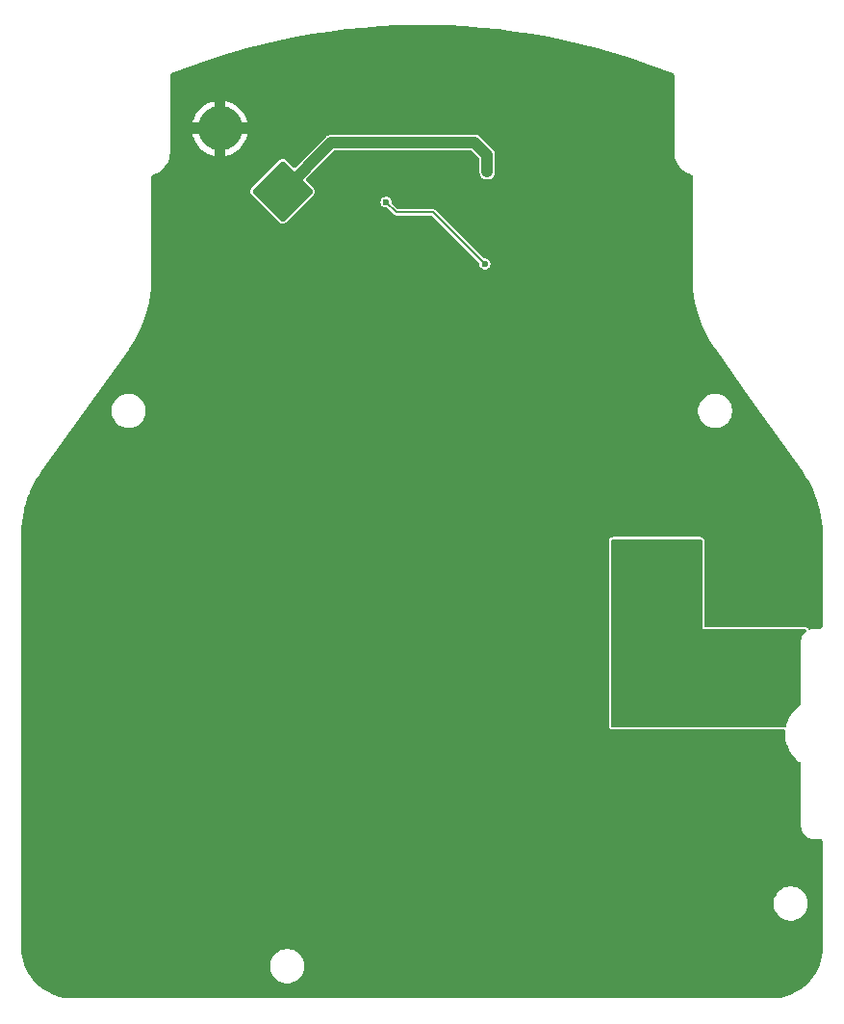
<source format=gbl>
G04 #@! TF.GenerationSoftware,KiCad,Pcbnew,8.0.1*
G04 #@! TF.CreationDate,2024-05-02T01:56:28+08:00*
G04 #@! TF.ProjectId,BatteryPod,42617474-6572-4795-906f-642e6b696361,rev?*
G04 #@! TF.SameCoordinates,Original*
G04 #@! TF.FileFunction,Copper,L2,Bot*
G04 #@! TF.FilePolarity,Positive*
%FSLAX46Y46*%
G04 Gerber Fmt 4.6, Leading zero omitted, Abs format (unit mm)*
G04 Created by KiCad (PCBNEW 8.0.1) date 2024-05-02 01:56:28*
%MOMM*%
%LPD*%
G01*
G04 APERTURE LIST*
G04 Aperture macros list*
%AMRoundRect*
0 Rectangle with rounded corners*
0 $1 Rounding radius*
0 $2 $3 $4 $5 $6 $7 $8 $9 X,Y pos of 4 corners*
0 Add a 4 corners polygon primitive as box body*
4,1,4,$2,$3,$4,$5,$6,$7,$8,$9,$2,$3,0*
0 Add four circle primitives for the rounded corners*
1,1,$1+$1,$2,$3*
1,1,$1+$1,$4,$5*
1,1,$1+$1,$6,$7*
1,1,$1+$1,$8,$9*
0 Add four rect primitives between the rounded corners*
20,1,$1+$1,$2,$3,$4,$5,0*
20,1,$1+$1,$4,$5,$6,$7,0*
20,1,$1+$1,$6,$7,$8,$9,0*
20,1,$1+$1,$8,$9,$2,$3,0*%
G04 Aperture macros list end*
G04 #@! TA.AperFunction,ComponentPad*
%ADD10C,2.000000*%
G04 #@! TD*
G04 #@! TA.AperFunction,ComponentPad*
%ADD11RoundRect,0.250002X2.404160X0.000000X0.000000X2.404160X-2.404160X0.000000X0.000000X-2.404160X0*%
G04 #@! TD*
G04 #@! TA.AperFunction,ComponentPad*
%ADD12C,3.900000*%
G04 #@! TD*
G04 #@! TA.AperFunction,ViaPad*
%ADD13C,0.600000*%
G04 #@! TD*
G04 #@! TA.AperFunction,Conductor*
%ADD14C,1.000000*%
G04 #@! TD*
G04 #@! TA.AperFunction,Conductor*
%ADD15C,0.200000*%
G04 #@! TD*
G04 APERTURE END LIST*
D10*
X128700000Y-132500000D03*
X128700000Y-118800000D03*
D11*
X98000000Y-82000000D03*
D12*
X92484567Y-76484567D03*
D13*
X114000000Y-126000000D03*
X110000000Y-126000000D03*
X109000000Y-126000000D03*
X108000000Y-126000000D03*
X107000000Y-126000000D03*
X115000000Y-126000000D03*
X116000000Y-126000000D03*
X117000000Y-126000000D03*
X118000000Y-126000000D03*
X119000000Y-126000000D03*
X140000000Y-131000000D03*
X142000000Y-131000000D03*
X139000000Y-131000000D03*
X139000000Y-132000000D03*
X139000000Y-133000000D03*
X139000000Y-134000000D03*
X141000000Y-136000000D03*
X140000000Y-136000000D03*
X139000000Y-135000000D03*
X113000000Y-76000000D03*
X114000000Y-76000000D03*
X131000000Y-71500000D03*
X90000000Y-71500000D03*
X88000000Y-152000000D03*
X87000000Y-152000000D03*
X86000000Y-152000000D03*
X85000000Y-152000000D03*
X84000000Y-152000000D03*
X89000000Y-101000000D03*
X89000000Y-102000000D03*
X89000000Y-103000000D03*
X89000000Y-104000000D03*
X89000000Y-105000000D03*
X90000000Y-105000000D03*
X104000000Y-105000000D03*
X128000000Y-115000000D03*
X128000000Y-123000000D03*
X130000000Y-124000000D03*
X129000000Y-124000000D03*
X128000000Y-124000000D03*
X128000000Y-114000000D03*
X129000000Y-114000000D03*
X130000000Y-114000000D03*
X125000000Y-126000000D03*
X127000000Y-130000000D03*
X126000000Y-130000000D03*
X126000000Y-129000000D03*
X126000000Y-128000000D03*
X126000000Y-127000000D03*
X126000000Y-126000000D03*
X105000000Y-125000000D03*
X106000000Y-126000000D03*
X105000000Y-126000000D03*
X105000000Y-118000000D03*
X105000000Y-121000000D03*
X105000000Y-120000000D03*
X105000000Y-119000000D03*
X145000000Y-111000000D03*
X76000000Y-111000000D03*
X76000000Y-121000000D03*
X76000000Y-120000000D03*
X76000000Y-119000000D03*
X76000000Y-118000000D03*
X76000000Y-117000000D03*
X145000000Y-120000000D03*
X145000000Y-118000000D03*
X145000000Y-119000000D03*
X145000000Y-117000000D03*
X145000000Y-116000000D03*
X145000000Y-115000000D03*
X145000000Y-114000000D03*
X145000000Y-113000000D03*
X145000000Y-112000000D03*
X76000000Y-116000000D03*
X76000000Y-115000000D03*
X76000000Y-114000000D03*
X76000000Y-113000000D03*
X76000000Y-112000000D03*
X104000000Y-101000000D03*
X104000000Y-102000000D03*
X104000000Y-103000000D03*
X104000000Y-104000000D03*
X103000000Y-105000000D03*
X102000000Y-105000000D03*
X101000000Y-105000000D03*
X100000000Y-105000000D03*
X99000000Y-105000000D03*
X98000000Y-105000000D03*
X97000000Y-105000000D03*
X96000000Y-105000000D03*
X95000000Y-105000000D03*
X94000000Y-105000000D03*
X93000000Y-105000000D03*
X92000000Y-105000000D03*
X91000000Y-105000000D03*
X132000000Y-123000000D03*
X132000000Y-117000000D03*
X132000000Y-121000000D03*
X132000000Y-120000000D03*
X132000000Y-122000000D03*
X132000000Y-115000000D03*
X132000000Y-116000000D03*
X132000000Y-118000000D03*
X132000000Y-119000000D03*
X132000000Y-114000000D03*
X131000000Y-114000000D03*
X131000000Y-115000000D03*
X131000000Y-116000000D03*
X131000000Y-118000000D03*
X131000000Y-117000000D03*
X131000000Y-119000000D03*
X131000000Y-120000000D03*
X131000000Y-121000000D03*
X131000000Y-122000000D03*
X131000000Y-123000000D03*
X131000000Y-124000000D03*
X132000000Y-124000000D03*
X133000000Y-124000000D03*
X133000000Y-123000000D03*
X133000000Y-122000000D03*
X133000000Y-121000000D03*
X133000000Y-120000000D03*
X133000000Y-119000000D03*
X133000000Y-118000000D03*
X133000000Y-117000000D03*
X133000000Y-116000000D03*
X133000000Y-115000000D03*
X133000000Y-114000000D03*
X133400000Y-81000000D03*
X87000000Y-81000000D03*
X87000000Y-82000000D03*
X133400000Y-82000000D03*
X133400000Y-83000000D03*
X133400000Y-89000000D03*
X133400000Y-88000000D03*
X133400000Y-87000000D03*
X133400000Y-86000000D03*
X133400000Y-85000000D03*
X133400000Y-84000000D03*
X87000000Y-84000000D03*
X87000000Y-89000000D03*
X87000000Y-88000000D03*
X87000000Y-87000000D03*
X87000000Y-86000000D03*
X87000000Y-85000000D03*
X118200000Y-82800000D03*
X118700000Y-81400000D03*
X112900000Y-82300000D03*
X113600000Y-82800000D03*
X117000000Y-78000000D03*
X116000000Y-77000000D03*
X115000000Y-76000000D03*
X109000000Y-76000000D03*
X108000000Y-76000000D03*
X107000000Y-76000000D03*
X106000000Y-76000000D03*
X105000000Y-76000000D03*
X104000000Y-76000000D03*
X109000000Y-79000000D03*
X104000000Y-84000000D03*
X104000000Y-83000000D03*
X104000000Y-82000000D03*
X104000000Y-81000000D03*
X104000000Y-80000000D03*
X108000000Y-79000000D03*
X107000000Y-79000000D03*
X106000000Y-79000000D03*
X105000000Y-79000000D03*
X104000000Y-79000000D03*
X116450000Y-85750000D03*
X109500000Y-84400000D03*
X108547738Y-84402000D03*
X107550000Y-84300000D03*
X114900000Y-79500000D03*
X114900000Y-80400000D03*
X115800000Y-88400000D03*
X107100000Y-82950000D03*
X116000000Y-80300000D03*
X145000000Y-140000000D03*
X145000000Y-141000000D03*
X145000000Y-142000000D03*
X145000000Y-147000000D03*
X145000000Y-149000000D03*
X145000000Y-148000000D03*
X131000000Y-152000000D03*
X132000000Y-152000000D03*
X133000000Y-152000000D03*
X134000000Y-152000000D03*
X135000000Y-152000000D03*
X136000000Y-152000000D03*
X137000000Y-152000000D03*
X139000000Y-152000000D03*
X138000000Y-152000000D03*
X140000000Y-152000000D03*
X76000000Y-139000000D03*
X76000000Y-140000000D03*
X91000000Y-152000000D03*
X76000000Y-141000000D03*
X76000000Y-142000000D03*
X76000000Y-143000000D03*
X76000000Y-144000000D03*
X76000000Y-145000000D03*
X76000000Y-146000000D03*
X76000000Y-147000000D03*
X76000000Y-148000000D03*
X90000000Y-152000000D03*
X89000000Y-152000000D03*
X83000000Y-152000000D03*
X82000000Y-152000000D03*
X132000000Y-75000000D03*
X132000000Y-74000000D03*
X132000000Y-73000000D03*
X132000000Y-72000000D03*
X89000000Y-75000000D03*
X89000000Y-74000000D03*
X89000000Y-73000000D03*
X89000000Y-72000000D03*
X120000000Y-87000000D03*
X119000000Y-87000000D03*
X118000000Y-87000000D03*
X117000000Y-87000000D03*
X116000000Y-87000000D03*
X115500000Y-84800000D03*
X114450000Y-83750000D03*
X115500000Y-83750000D03*
X114450000Y-84800000D03*
X114976800Y-84276800D03*
D14*
X116000000Y-80300000D02*
X116000000Y-78800000D01*
X114900000Y-77700000D02*
X102300000Y-77700000D01*
X102300000Y-77700000D02*
X98000000Y-82000000D01*
X116000000Y-78800000D02*
X114900000Y-77700000D01*
D15*
X115800000Y-88400000D02*
X111250000Y-83850000D01*
X111250000Y-83850000D02*
X109730646Y-83850000D01*
X109269354Y-83850000D02*
X108000000Y-83850000D01*
X109271354Y-83848000D02*
X109269354Y-83850000D01*
X109728646Y-83848000D02*
X109271354Y-83848000D01*
X108000000Y-83850000D02*
X107100000Y-82950000D01*
X109730646Y-83850000D02*
X109728646Y-83848000D01*
G04 #@! TA.AperFunction,Conductor*
G36*
X111020432Y-67396261D02*
G01*
X112504640Y-67433453D01*
X112507698Y-67433569D01*
X113990499Y-67507931D01*
X113993551Y-67508122D01*
X115474045Y-67619609D01*
X115477131Y-67619880D01*
X116954388Y-67768423D01*
X116957404Y-67768764D01*
X118430437Y-67954262D01*
X118433449Y-67954679D01*
X119901474Y-68177036D01*
X119904429Y-68177521D01*
X121366341Y-68436570D01*
X121369392Y-68437150D01*
X122824394Y-68732747D01*
X122827306Y-68733377D01*
X124274463Y-69065336D01*
X124277361Y-69066038D01*
X125715758Y-69434148D01*
X125718707Y-69434942D01*
X127147398Y-69838961D01*
X127150308Y-69839824D01*
X128568369Y-70279487D01*
X128571318Y-70280441D01*
X129977980Y-70755512D01*
X129980827Y-70756514D01*
X131375143Y-71266673D01*
X131377972Y-71267748D01*
X132371011Y-71659563D01*
X132426147Y-71702479D01*
X132449329Y-71768391D01*
X132449500Y-71774909D01*
X132449500Y-78434108D01*
X132449500Y-78500000D01*
X132449500Y-78630081D01*
X132480859Y-78888347D01*
X132519607Y-79045554D01*
X132543121Y-79140955D01*
X132633995Y-79380568D01*
X132635375Y-79384206D01*
X132756278Y-79614569D01*
X132756281Y-79614574D01*
X132756282Y-79614575D01*
X132803932Y-79683608D01*
X132904068Y-79828678D01*
X133076587Y-80023413D01*
X133271322Y-80195932D01*
X133485431Y-80343722D01*
X133715794Y-80464625D01*
X133959050Y-80556880D01*
X134005174Y-80568248D01*
X134065555Y-80603404D01*
X134097344Y-80665623D01*
X134099500Y-80688645D01*
X134099500Y-89825455D01*
X134099521Y-89825797D01*
X134099541Y-90047423D01*
X134132789Y-90637598D01*
X134199180Y-91224964D01*
X134298503Y-91807655D01*
X134298512Y-91807698D01*
X134430452Y-92383871D01*
X134594594Y-92951716D01*
X134594597Y-92951724D01*
X134751397Y-93398299D01*
X134790427Y-93509456D01*
X134946862Y-93885794D01*
X135017316Y-94055286D01*
X135274548Y-94587487D01*
X135274560Y-94587510D01*
X135561305Y-95104372D01*
X135561311Y-95104382D01*
X135876694Y-95604326D01*
X135880864Y-95610180D01*
X136005620Y-95785311D01*
X136005688Y-95785419D01*
X139119360Y-100155485D01*
X143720423Y-106613118D01*
X143720424Y-106613119D01*
X143720423Y-106613119D01*
X143735547Y-106634344D01*
X143737534Y-106637216D01*
X144032452Y-107076805D01*
X144036175Y-107082706D01*
X144304996Y-107536661D01*
X144308381Y-107542763D01*
X144551236Y-108011112D01*
X144554272Y-108017394D01*
X144770402Y-108498665D01*
X144773077Y-108505102D01*
X144961793Y-108997768D01*
X144964097Y-109004329D01*
X145008397Y-109142850D01*
X145124803Y-109506834D01*
X145126741Y-109513537D01*
X145258930Y-110024295D01*
X145260487Y-110031097D01*
X145363728Y-110548443D01*
X145364901Y-110555321D01*
X145438886Y-111077700D01*
X145439669Y-111084634D01*
X145484149Y-111610300D01*
X145484542Y-111617266D01*
X145499451Y-112146997D01*
X145499500Y-112150486D01*
X145499500Y-120240244D01*
X145497973Y-120259644D01*
X145492808Y-120292251D01*
X145480820Y-120329146D01*
X145470314Y-120349765D01*
X145447510Y-120381151D01*
X145431151Y-120397510D01*
X145399765Y-120420314D01*
X145379146Y-120430820D01*
X145342251Y-120442808D01*
X145329663Y-120444801D01*
X145309638Y-120447973D01*
X145290244Y-120449500D01*
X144705514Y-120449500D01*
X144518880Y-120479060D01*
X144518877Y-120479060D01*
X144387542Y-120521734D01*
X144317701Y-120523729D01*
X144257868Y-120487649D01*
X144239792Y-120462118D01*
X144233068Y-120449500D01*
X144226895Y-120437915D01*
X144181140Y-120385111D01*
X144181134Y-120385104D01*
X144163552Y-120367160D01*
X144163551Y-120367159D01*
X144163549Y-120367157D01*
X144163547Y-120367156D01*
X144163545Y-120367154D01*
X144083735Y-120322511D01*
X144083730Y-120322509D01*
X144016698Y-120302826D01*
X144016694Y-120302825D01*
X144016693Y-120302825D01*
X143958795Y-120294500D01*
X143958791Y-120294500D01*
X135229500Y-120294500D01*
X135162461Y-120274815D01*
X135116706Y-120222011D01*
X135105500Y-120170500D01*
X135105500Y-112724008D01*
X135105499Y-112723992D01*
X135100803Y-112680316D01*
X135096897Y-112662364D01*
X135089602Y-112628825D01*
X135089348Y-112627789D01*
X135087110Y-112618627D01*
X135044100Y-112537915D01*
X134998345Y-112485111D01*
X134998339Y-112485104D01*
X134980757Y-112467160D01*
X134980756Y-112467159D01*
X134980754Y-112467157D01*
X134980752Y-112467156D01*
X134980750Y-112467154D01*
X134900940Y-112422511D01*
X134900935Y-112422509D01*
X134833903Y-112402826D01*
X134833899Y-112402825D01*
X134833898Y-112402825D01*
X134776000Y-112394500D01*
X127024000Y-112394500D01*
X127023992Y-112394500D01*
X126980313Y-112399197D01*
X126928825Y-112410397D01*
X126918627Y-112412890D01*
X126918624Y-112412891D01*
X126837916Y-112455899D01*
X126837913Y-112455901D01*
X126785104Y-112501660D01*
X126767160Y-112519242D01*
X126767154Y-112519249D01*
X126722511Y-112599059D01*
X126722509Y-112599064D01*
X126702826Y-112666096D01*
X126702825Y-112666101D01*
X126702825Y-112666102D01*
X126694502Y-112723992D01*
X126694500Y-112724003D01*
X126694500Y-128976007D01*
X126699197Y-129019686D01*
X126710397Y-129071174D01*
X126712890Y-129081372D01*
X126712891Y-129081375D01*
X126755899Y-129162083D01*
X126755901Y-129162086D01*
X126801660Y-129214895D01*
X126819242Y-129232839D01*
X126819246Y-129232843D01*
X126819247Y-129232844D01*
X126819249Y-129232845D01*
X126899059Y-129277488D01*
X126899063Y-129277490D01*
X126966102Y-129297175D01*
X127024000Y-129305500D01*
X127024004Y-129305500D01*
X142109339Y-129305500D01*
X142176378Y-129325185D01*
X142222133Y-129377989D01*
X142232592Y-129443091D01*
X142222613Y-129533584D01*
X142222613Y-129866415D01*
X142259094Y-130197248D01*
X142331615Y-130522069D01*
X142331618Y-130522081D01*
X142439311Y-130837013D01*
X142580869Y-131138233D01*
X142580870Y-131138234D01*
X142754596Y-131422129D01*
X142754599Y-131422133D01*
X142754601Y-131422136D01*
X142958387Y-131685265D01*
X142958389Y-131685267D01*
X142958393Y-131685272D01*
X143189805Y-131924492D01*
X143189810Y-131924496D01*
X143189811Y-131924497D01*
X143189812Y-131924499D01*
X143446039Y-132136902D01*
X143446043Y-132136905D01*
X143543696Y-132201209D01*
X143588861Y-132254519D01*
X143599500Y-132304772D01*
X143599500Y-137844486D01*
X143629059Y-138031118D01*
X143687454Y-138210836D01*
X143767497Y-138367927D01*
X143773240Y-138379199D01*
X143884310Y-138532073D01*
X144017927Y-138665690D01*
X144170801Y-138776760D01*
X144250347Y-138817290D01*
X144339163Y-138862545D01*
X144339165Y-138862545D01*
X144339168Y-138862547D01*
X144435497Y-138893846D01*
X144518881Y-138920940D01*
X144705514Y-138950500D01*
X144705519Y-138950500D01*
X144734108Y-138950500D01*
X145234108Y-138950500D01*
X145290244Y-138950500D01*
X145309630Y-138952025D01*
X145342253Y-138957192D01*
X145379146Y-138969179D01*
X145399765Y-138979685D01*
X145431151Y-139002489D01*
X145447510Y-139018848D01*
X145470314Y-139050234D01*
X145480820Y-139070853D01*
X145492808Y-139107748D01*
X145497973Y-139140362D01*
X145499500Y-139159755D01*
X145499500Y-148447293D01*
X145499382Y-148452702D01*
X145482614Y-148836750D01*
X145481671Y-148847526D01*
X145431849Y-149225957D01*
X145429971Y-149236610D01*
X145347354Y-149609272D01*
X145344554Y-149619721D01*
X145229775Y-149983755D01*
X145226075Y-149993921D01*
X145080002Y-150346572D01*
X145075430Y-150356376D01*
X144899183Y-150694942D01*
X144893775Y-150704310D01*
X144688681Y-151026244D01*
X144682476Y-151035105D01*
X144450110Y-151337930D01*
X144443156Y-151346217D01*
X144185284Y-151627635D01*
X144177635Y-151635284D01*
X143896217Y-151893156D01*
X143887930Y-151900110D01*
X143585105Y-152132476D01*
X143576244Y-152138681D01*
X143254310Y-152343775D01*
X143244942Y-152349183D01*
X142906376Y-152525430D01*
X142896572Y-152530002D01*
X142543921Y-152676075D01*
X142533755Y-152679775D01*
X142169721Y-152794554D01*
X142159272Y-152797354D01*
X141786610Y-152879971D01*
X141775957Y-152881849D01*
X141397526Y-152931671D01*
X141386750Y-152932614D01*
X141002703Y-152949382D01*
X140997294Y-152949500D01*
X79502706Y-152949500D01*
X79497297Y-152949382D01*
X79113249Y-152932614D01*
X79102473Y-152931671D01*
X78724042Y-152881849D01*
X78713389Y-152879971D01*
X78340727Y-152797354D01*
X78330278Y-152794554D01*
X77966244Y-152679775D01*
X77956078Y-152676075D01*
X77603427Y-152530002D01*
X77593623Y-152525430D01*
X77255057Y-152349183D01*
X77245689Y-152343775D01*
X76923755Y-152138681D01*
X76914894Y-152132476D01*
X76612069Y-151900110D01*
X76603782Y-151893156D01*
X76322364Y-151635284D01*
X76314715Y-151627635D01*
X76056843Y-151346217D01*
X76049889Y-151337930D01*
X75817523Y-151035105D01*
X75811318Y-151026244D01*
X75606224Y-150704310D01*
X75600816Y-150694942D01*
X75424569Y-150356376D01*
X75419997Y-150346572D01*
X75366781Y-150218097D01*
X96899500Y-150218097D01*
X96936446Y-150451368D01*
X97009433Y-150675996D01*
X97107197Y-150867866D01*
X97116657Y-150886433D01*
X97255483Y-151077510D01*
X97422490Y-151244517D01*
X97613567Y-151383343D01*
X97712991Y-151434002D01*
X97824003Y-151490566D01*
X97824005Y-151490566D01*
X97824008Y-151490568D01*
X97944412Y-151529689D01*
X98048631Y-151563553D01*
X98281903Y-151600500D01*
X98281908Y-151600500D01*
X98518097Y-151600500D01*
X98751368Y-151563553D01*
X98975992Y-151490568D01*
X99186433Y-151383343D01*
X99377510Y-151244517D01*
X99544517Y-151077510D01*
X99683343Y-150886433D01*
X99790568Y-150675992D01*
X99863553Y-150451368D01*
X99878598Y-150356376D01*
X99900500Y-150218097D01*
X99900500Y-149981902D01*
X99863553Y-149748631D01*
X99790566Y-149524003D01*
X99683342Y-149313566D01*
X99627430Y-149236610D01*
X99544517Y-149122490D01*
X99377510Y-148955483D01*
X99186433Y-148816657D01*
X98975996Y-148709433D01*
X98751368Y-148636446D01*
X98518097Y-148599500D01*
X98518092Y-148599500D01*
X98281908Y-148599500D01*
X98281903Y-148599500D01*
X98048631Y-148636446D01*
X97824003Y-148709433D01*
X97613566Y-148816657D01*
X97504550Y-148895862D01*
X97422490Y-148955483D01*
X97422488Y-148955485D01*
X97422487Y-148955485D01*
X97255485Y-149122487D01*
X97255485Y-149122488D01*
X97255483Y-149122490D01*
X97195862Y-149204550D01*
X97116657Y-149313566D01*
X97009433Y-149524003D01*
X96936446Y-149748631D01*
X96899500Y-149981902D01*
X96899500Y-150218097D01*
X75366781Y-150218097D01*
X75273924Y-149993921D01*
X75270224Y-149983755D01*
X75269640Y-149981902D01*
X75155442Y-149619710D01*
X75152648Y-149609284D01*
X75070025Y-149236597D01*
X75068152Y-149225971D01*
X75018326Y-148847506D01*
X75017386Y-148836771D01*
X75000618Y-148452702D01*
X75000500Y-148447293D01*
X75000500Y-144718097D01*
X141199500Y-144718097D01*
X141236446Y-144951368D01*
X141309433Y-145175996D01*
X141416657Y-145386433D01*
X141555483Y-145577510D01*
X141722490Y-145744517D01*
X141913567Y-145883343D01*
X142012991Y-145934002D01*
X142124003Y-145990566D01*
X142124005Y-145990566D01*
X142124008Y-145990568D01*
X142244412Y-146029689D01*
X142348631Y-146063553D01*
X142581903Y-146100500D01*
X142581908Y-146100500D01*
X142818097Y-146100500D01*
X143051368Y-146063553D01*
X143275992Y-145990568D01*
X143486433Y-145883343D01*
X143677510Y-145744517D01*
X143844517Y-145577510D01*
X143983343Y-145386433D01*
X144090568Y-145175992D01*
X144163553Y-144951368D01*
X144200500Y-144718097D01*
X144200500Y-144481902D01*
X144163553Y-144248631D01*
X144090566Y-144024003D01*
X143983342Y-143813566D01*
X143844517Y-143622490D01*
X143677510Y-143455483D01*
X143486433Y-143316657D01*
X143275996Y-143209433D01*
X143051368Y-143136446D01*
X142818097Y-143099500D01*
X142818092Y-143099500D01*
X142581908Y-143099500D01*
X142581903Y-143099500D01*
X142348631Y-143136446D01*
X142124003Y-143209433D01*
X141913566Y-143316657D01*
X141804550Y-143395862D01*
X141722490Y-143455483D01*
X141722488Y-143455485D01*
X141722487Y-143455485D01*
X141555485Y-143622487D01*
X141555485Y-143622488D01*
X141555483Y-143622490D01*
X141495862Y-143704550D01*
X141416657Y-143813566D01*
X141309433Y-144024003D01*
X141236446Y-144248631D01*
X141199500Y-144481902D01*
X141199500Y-144718097D01*
X75000500Y-144718097D01*
X75000500Y-112161303D01*
X75000549Y-112157803D01*
X75009169Y-111852574D01*
X75015543Y-111626878D01*
X75015936Y-111619933D01*
X75060719Y-111092468D01*
X75061498Y-111085595D01*
X75135992Y-110561401D01*
X75137154Y-110554613D01*
X75241100Y-110035528D01*
X75242666Y-110028718D01*
X75255468Y-109979421D01*
X75375733Y-109516359D01*
X75377665Y-109509696D01*
X75539452Y-109005617D01*
X75541758Y-108999072D01*
X75731722Y-108504960D01*
X75734417Y-108498504D01*
X75783083Y-108390544D01*
X75951949Y-108015935D01*
X75955001Y-108009645D01*
X76199443Y-107540079D01*
X76202812Y-107534031D01*
X76473368Y-107079005D01*
X76477077Y-107073149D01*
X76773904Y-106632600D01*
X76775842Y-106629810D01*
X76813182Y-106577632D01*
X76813182Y-106577630D01*
X80505410Y-101418097D01*
X82949500Y-101418097D01*
X82986446Y-101651368D01*
X83059433Y-101875996D01*
X83166657Y-102086433D01*
X83305483Y-102277510D01*
X83472490Y-102444517D01*
X83663567Y-102583343D01*
X83762991Y-102634002D01*
X83874003Y-102690566D01*
X83874005Y-102690566D01*
X83874008Y-102690568D01*
X83994412Y-102729689D01*
X84098631Y-102763553D01*
X84331903Y-102800500D01*
X84331908Y-102800500D01*
X84568097Y-102800500D01*
X84801368Y-102763553D01*
X85025992Y-102690568D01*
X85236433Y-102583343D01*
X85427510Y-102444517D01*
X85594517Y-102277510D01*
X85733343Y-102086433D01*
X85840568Y-101875992D01*
X85913553Y-101651368D01*
X85950500Y-101418097D01*
X134549500Y-101418097D01*
X134586446Y-101651368D01*
X134659433Y-101875996D01*
X134766657Y-102086433D01*
X134905483Y-102277510D01*
X135072490Y-102444517D01*
X135263567Y-102583343D01*
X135362991Y-102634002D01*
X135474003Y-102690566D01*
X135474005Y-102690566D01*
X135474008Y-102690568D01*
X135594412Y-102729689D01*
X135698631Y-102763553D01*
X135931903Y-102800500D01*
X135931908Y-102800500D01*
X136168097Y-102800500D01*
X136401368Y-102763553D01*
X136625992Y-102690568D01*
X136836433Y-102583343D01*
X137027510Y-102444517D01*
X137194517Y-102277510D01*
X137333343Y-102086433D01*
X137440568Y-101875992D01*
X137513553Y-101651368D01*
X137550500Y-101418097D01*
X137550500Y-101181902D01*
X137513553Y-100948631D01*
X137440566Y-100724003D01*
X137333342Y-100513566D01*
X137194517Y-100322490D01*
X137027510Y-100155483D01*
X136836433Y-100016657D01*
X136625996Y-99909433D01*
X136401368Y-99836446D01*
X136168097Y-99799500D01*
X136168092Y-99799500D01*
X135931908Y-99799500D01*
X135931903Y-99799500D01*
X135698631Y-99836446D01*
X135474003Y-99909433D01*
X135263566Y-100016657D01*
X135154550Y-100095862D01*
X135072490Y-100155483D01*
X135072488Y-100155485D01*
X135072487Y-100155485D01*
X134905485Y-100322487D01*
X134905485Y-100322488D01*
X134905483Y-100322490D01*
X134845862Y-100404550D01*
X134766657Y-100513566D01*
X134659433Y-100724003D01*
X134586446Y-100948631D01*
X134549500Y-101181902D01*
X134549500Y-101418097D01*
X85950500Y-101418097D01*
X85950500Y-101181902D01*
X85913553Y-100948631D01*
X85840566Y-100724003D01*
X85733342Y-100513566D01*
X85594517Y-100322490D01*
X85427510Y-100155483D01*
X85236433Y-100016657D01*
X85025996Y-99909433D01*
X84801368Y-99836446D01*
X84568097Y-99799500D01*
X84568092Y-99799500D01*
X84331908Y-99799500D01*
X84331903Y-99799500D01*
X84098631Y-99836446D01*
X83874003Y-99909433D01*
X83663566Y-100016657D01*
X83554550Y-100095862D01*
X83472490Y-100155483D01*
X83472488Y-100155485D01*
X83472487Y-100155485D01*
X83305485Y-100322487D01*
X83305485Y-100322488D01*
X83305483Y-100322490D01*
X83245862Y-100404550D01*
X83166657Y-100513566D01*
X83059433Y-100724003D01*
X82986446Y-100948631D01*
X82949500Y-101181902D01*
X82949500Y-101418097D01*
X80505410Y-101418097D01*
X84445537Y-95912149D01*
X84446550Y-95910915D01*
X84450846Y-95904910D01*
X84450849Y-95904909D01*
X84489196Y-95851325D01*
X84489195Y-95851324D01*
X84494186Y-95844349D01*
X84661788Y-95610180D01*
X84979172Y-95109159D01*
X85267773Y-94591024D01*
X85526673Y-94057427D01*
X85755046Y-93510069D01*
X85952163Y-92950694D01*
X86117397Y-92381087D01*
X86250221Y-91803062D01*
X86350211Y-91218462D01*
X86417048Y-90629151D01*
X86450520Y-90037007D01*
X86450500Y-89740462D01*
X86450500Y-89674570D01*
X86450500Y-82000000D01*
X95160474Y-82000000D01*
X95179816Y-82128326D01*
X95236125Y-82245250D01*
X95236126Y-82245252D01*
X95254754Y-82267736D01*
X97732254Y-84745236D01*
X97754748Y-84763874D01*
X97871673Y-84820183D01*
X97888482Y-84822716D01*
X98000000Y-84839526D01*
X98128326Y-84820183D01*
X98245250Y-84763875D01*
X98267741Y-84745241D01*
X100062981Y-82950000D01*
X106614559Y-82950000D01*
X106634222Y-83086765D01*
X106691620Y-83212447D01*
X106691621Y-83212449D01*
X106782104Y-83316872D01*
X106782106Y-83316873D01*
X106782108Y-83316875D01*
X106898338Y-83391572D01*
X106898343Y-83391574D01*
X107001220Y-83421780D01*
X107019526Y-83427156D01*
X107030912Y-83430499D01*
X107030914Y-83430500D01*
X107132452Y-83430500D01*
X107199491Y-83450185D01*
X107220132Y-83466818D01*
X107775543Y-84022230D01*
X107775544Y-84022231D01*
X107827769Y-84074456D01*
X107827771Y-84074457D01*
X107827775Y-84074460D01*
X107888265Y-84109383D01*
X107888267Y-84109384D01*
X107891731Y-84111384D01*
X107963071Y-84130500D01*
X107963072Y-84130500D01*
X107963073Y-84130500D01*
X109306280Y-84130500D01*
X109306283Y-84130500D01*
X109306285Y-84130499D01*
X109313411Y-84129561D01*
X109329599Y-84128500D01*
X109670401Y-84128500D01*
X109686589Y-84129561D01*
X109693714Y-84130499D01*
X109693717Y-84130500D01*
X109693718Y-84130500D01*
X111082452Y-84130500D01*
X111149491Y-84150185D01*
X111170133Y-84166819D01*
X115281825Y-88278512D01*
X115315310Y-88339835D01*
X115316882Y-88383837D01*
X115314559Y-88399996D01*
X115314559Y-88399999D01*
X115334222Y-88536765D01*
X115391620Y-88662447D01*
X115391621Y-88662449D01*
X115482104Y-88766872D01*
X115482106Y-88766873D01*
X115482108Y-88766875D01*
X115598338Y-88841572D01*
X115598343Y-88841574D01*
X115730912Y-88880499D01*
X115730914Y-88880500D01*
X115730915Y-88880500D01*
X115869086Y-88880500D01*
X115869086Y-88880499D01*
X116001659Y-88841573D01*
X116117896Y-88766872D01*
X116208379Y-88662449D01*
X116265777Y-88536765D01*
X116285441Y-88400000D01*
X116265777Y-88263235D01*
X116208379Y-88137551D01*
X116117896Y-88033128D01*
X116117893Y-88033126D01*
X116117891Y-88033124D01*
X116001661Y-87958427D01*
X116001656Y-87958425D01*
X115869087Y-87919500D01*
X115869085Y-87919500D01*
X115767549Y-87919500D01*
X115700510Y-87899815D01*
X115679868Y-87883181D01*
X111481526Y-83684840D01*
X111481524Y-83684837D01*
X111422232Y-83625545D01*
X111422231Y-83625544D01*
X111358269Y-83588616D01*
X111350805Y-83586616D01*
X111350801Y-83586614D01*
X111310307Y-83575764D01*
X111286929Y-83569500D01*
X111286928Y-83569500D01*
X111286927Y-83569500D01*
X109788891Y-83569500D01*
X109772703Y-83568439D01*
X109765577Y-83567500D01*
X109765575Y-83567500D01*
X109765574Y-83567500D01*
X109308282Y-83567500D01*
X109234425Y-83567500D01*
X109234422Y-83567500D01*
X109227297Y-83568439D01*
X109211109Y-83569500D01*
X108167549Y-83569500D01*
X108100510Y-83549815D01*
X108079868Y-83533181D01*
X107618174Y-83071487D01*
X107584689Y-83010164D01*
X107583118Y-82966156D01*
X107585441Y-82950001D01*
X107585441Y-82950000D01*
X107565777Y-82813234D01*
X107508379Y-82687552D01*
X107508379Y-82687551D01*
X107417896Y-82583128D01*
X107417893Y-82583126D01*
X107417891Y-82583124D01*
X107301661Y-82508427D01*
X107301656Y-82508425D01*
X107169087Y-82469500D01*
X107169085Y-82469500D01*
X107030915Y-82469500D01*
X107030912Y-82469500D01*
X106898343Y-82508425D01*
X106898338Y-82508427D01*
X106782108Y-82583124D01*
X106782106Y-82583126D01*
X106691621Y-82687551D01*
X106691620Y-82687552D01*
X106634222Y-82813234D01*
X106614559Y-82950000D01*
X100062981Y-82950000D01*
X100745240Y-82267741D01*
X100763875Y-82245250D01*
X100820183Y-82128326D01*
X100839526Y-82000000D01*
X100820183Y-81871674D01*
X100763875Y-81754750D01*
X100763873Y-81754748D01*
X100763873Y-81754747D01*
X100745245Y-81732263D01*
X100075358Y-81062376D01*
X100041873Y-81001053D01*
X100046857Y-80931361D01*
X100075358Y-80887014D01*
X102545553Y-78416819D01*
X102606876Y-78383334D01*
X102633234Y-78380500D01*
X114566765Y-78380500D01*
X114633804Y-78400185D01*
X114654446Y-78416819D01*
X115283181Y-79045554D01*
X115316666Y-79106877D01*
X115319500Y-79133235D01*
X115319500Y-80367027D01*
X115345648Y-80498487D01*
X115345651Y-80498496D01*
X115396944Y-80622332D01*
X115396951Y-80622344D01*
X115471420Y-80733793D01*
X115471423Y-80733797D01*
X115566202Y-80828576D01*
X115566206Y-80828579D01*
X115677655Y-80903048D01*
X115677667Y-80903055D01*
X115782196Y-80946351D01*
X115801505Y-80954349D01*
X115801507Y-80954349D01*
X115801512Y-80954351D01*
X115932972Y-80980499D01*
X115932976Y-80980500D01*
X115932977Y-80980500D01*
X116067024Y-80980500D01*
X116067025Y-80980499D01*
X116110847Y-80971783D01*
X116198487Y-80954351D01*
X116198490Y-80954349D01*
X116198495Y-80954349D01*
X116264411Y-80927045D01*
X116322332Y-80903055D01*
X116322335Y-80903053D01*
X116322338Y-80903052D01*
X116433794Y-80828579D01*
X116528579Y-80733794D01*
X116603052Y-80622338D01*
X116603053Y-80622335D01*
X116603055Y-80622332D01*
X116630166Y-80556878D01*
X116654349Y-80498495D01*
X116661087Y-80464624D01*
X116680499Y-80367027D01*
X116680500Y-80367024D01*
X116680500Y-78873157D01*
X116680501Y-78873136D01*
X116680501Y-78732976D01*
X116680500Y-78732972D01*
X116654351Y-78601511D01*
X116654350Y-78601505D01*
X116618076Y-78513935D01*
X116612304Y-78500000D01*
X116603054Y-78477666D01*
X116603051Y-78477661D01*
X116528580Y-78366207D01*
X116528579Y-78366206D01*
X116433794Y-78271421D01*
X116089851Y-77927478D01*
X115333797Y-77171423D01*
X115333793Y-77171420D01*
X115222340Y-77096949D01*
X115222341Y-77096949D01*
X115186064Y-77081923D01*
X115186062Y-77081922D01*
X115098497Y-77045651D01*
X115098495Y-77045650D01*
X115098485Y-77045648D01*
X114967023Y-77019500D01*
X102232977Y-77019500D01*
X102232972Y-77019500D01*
X102101512Y-77045648D01*
X102101503Y-77045651D01*
X101977667Y-77096944D01*
X101977655Y-77096951D01*
X101866207Y-77171419D01*
X101818814Y-77218812D01*
X101771421Y-77266206D01*
X101771419Y-77266208D01*
X99112985Y-79924641D01*
X99051662Y-79958126D01*
X98981970Y-79953142D01*
X98937623Y-79924641D01*
X98267745Y-79254763D01*
X98245251Y-79236125D01*
X98128326Y-79179816D01*
X98000000Y-79160474D01*
X97871673Y-79179816D01*
X97754749Y-79236125D01*
X97754747Y-79236126D01*
X97732263Y-79254754D01*
X95254763Y-81732254D01*
X95236125Y-81754748D01*
X95179816Y-81871673D01*
X95160474Y-82000000D01*
X86450500Y-82000000D01*
X86450500Y-80688645D01*
X86470185Y-80621606D01*
X86522989Y-80575851D01*
X86544823Y-80568248D01*
X86590950Y-80556880D01*
X86834206Y-80464625D01*
X87064569Y-80343722D01*
X87278678Y-80195932D01*
X87473413Y-80023413D01*
X87645932Y-79828678D01*
X87793722Y-79614569D01*
X87914625Y-79384206D01*
X88006880Y-79140950D01*
X88069141Y-78888347D01*
X88100500Y-78630081D01*
X88100500Y-78500000D01*
X88100500Y-78434108D01*
X88100500Y-76984567D01*
X90085769Y-76984567D01*
X90106847Y-77095066D01*
X90202111Y-77388256D01*
X90202113Y-77388261D01*
X90333369Y-77667193D01*
X90333372Y-77667199D01*
X90498549Y-77927478D01*
X90695068Y-78165029D01*
X90919789Y-78376055D01*
X90919799Y-78376063D01*
X91169184Y-78557252D01*
X91169202Y-78557264D01*
X91439345Y-78705776D01*
X91439353Y-78705780D01*
X91725974Y-78819261D01*
X91725977Y-78819262D01*
X91984567Y-78885656D01*
X91984567Y-77413302D01*
X91987205Y-77415065D01*
X92178293Y-77494217D01*
X92381151Y-77534567D01*
X92587983Y-77534567D01*
X92790841Y-77494217D01*
X92981929Y-77415065D01*
X92984567Y-77413302D01*
X92984567Y-78885655D01*
X93243156Y-78819262D01*
X93243159Y-78819261D01*
X93529780Y-78705780D01*
X93529788Y-78705776D01*
X93799931Y-78557264D01*
X93799949Y-78557252D01*
X94049334Y-78376063D01*
X94049344Y-78376055D01*
X94274065Y-78165029D01*
X94470584Y-77927478D01*
X94635761Y-77667199D01*
X94635764Y-77667193D01*
X94767020Y-77388261D01*
X94767022Y-77388256D01*
X94862286Y-77095066D01*
X94883365Y-76984567D01*
X93413302Y-76984567D01*
X93415065Y-76981929D01*
X93494217Y-76790841D01*
X93534567Y-76587983D01*
X93534567Y-76381151D01*
X93494217Y-76178293D01*
X93415065Y-75987205D01*
X93413302Y-75984567D01*
X94883365Y-75984567D01*
X94862286Y-75874067D01*
X94767022Y-75580877D01*
X94767020Y-75580872D01*
X94635764Y-75301940D01*
X94635761Y-75301934D01*
X94470584Y-75041655D01*
X94274065Y-74804104D01*
X94049344Y-74593078D01*
X94049334Y-74593070D01*
X93799949Y-74411881D01*
X93799931Y-74411869D01*
X93529788Y-74263357D01*
X93529780Y-74263353D01*
X93243159Y-74149872D01*
X92984567Y-74083476D01*
X92984567Y-75555831D01*
X92981929Y-75554069D01*
X92790841Y-75474917D01*
X92587983Y-75434567D01*
X92381151Y-75434567D01*
X92178293Y-75474917D01*
X91987205Y-75554069D01*
X91984567Y-75555831D01*
X91984567Y-74083476D01*
X91984566Y-74083476D01*
X91725974Y-74149872D01*
X91439353Y-74263353D01*
X91439345Y-74263357D01*
X91169202Y-74411869D01*
X91169184Y-74411881D01*
X90919799Y-74593070D01*
X90919789Y-74593078D01*
X90695068Y-74804104D01*
X90498549Y-75041655D01*
X90333372Y-75301934D01*
X90333369Y-75301940D01*
X90202113Y-75580872D01*
X90202111Y-75580877D01*
X90106847Y-75874067D01*
X90085769Y-75984567D01*
X91555832Y-75984567D01*
X91554069Y-75987205D01*
X91474917Y-76178293D01*
X91434567Y-76381151D01*
X91434567Y-76587983D01*
X91474917Y-76790841D01*
X91554069Y-76981929D01*
X91555832Y-76984567D01*
X90085769Y-76984567D01*
X88100500Y-76984567D01*
X88100500Y-71774909D01*
X88120185Y-71707870D01*
X88172989Y-71662115D01*
X88178979Y-71659566D01*
X89172053Y-71267738D01*
X89174829Y-71266683D01*
X90569197Y-70756505D01*
X90571994Y-70755521D01*
X91978705Y-70280433D01*
X91981599Y-70279496D01*
X93399712Y-69839817D01*
X93402580Y-69838967D01*
X94831312Y-69434936D01*
X94834221Y-69434153D01*
X96272656Y-69066033D01*
X96275517Y-69065340D01*
X97722709Y-68733373D01*
X97725589Y-68732750D01*
X99180621Y-68437147D01*
X99183644Y-68436572D01*
X100645583Y-68177519D01*
X100648513Y-68177037D01*
X102116561Y-67954678D01*
X102119551Y-67954264D01*
X103592604Y-67768763D01*
X103595602Y-67768423D01*
X105072875Y-67619879D01*
X105075947Y-67619609D01*
X106556453Y-67508122D01*
X106559495Y-67507931D01*
X108042304Y-67433568D01*
X108045356Y-67433453D01*
X109529568Y-67396261D01*
X109532674Y-67396222D01*
X111017326Y-67396222D01*
X111020432Y-67396261D01*
G37*
G04 #@! TD.AperFunction*
G04 #@! TA.AperFunction,Conductor*
G36*
X134843039Y-112619685D02*
G01*
X134888794Y-112672489D01*
X134900000Y-112724000D01*
X134900000Y-120500000D01*
X143958795Y-120500000D01*
X144025834Y-120519685D01*
X144071589Y-120572489D01*
X144081533Y-120641647D01*
X144052508Y-120705203D01*
X144031686Y-120724313D01*
X144017927Y-120734310D01*
X144017923Y-120734313D01*
X143884312Y-120867924D01*
X143884312Y-120867925D01*
X143884310Y-120867927D01*
X143872554Y-120884108D01*
X143773240Y-121020800D01*
X143687454Y-121189163D01*
X143629059Y-121368881D01*
X143599500Y-121555513D01*
X143599500Y-127095226D01*
X143579815Y-127162265D01*
X143543697Y-127198788D01*
X143446054Y-127263086D01*
X143446037Y-127263098D01*
X143189821Y-127475493D01*
X143189811Y-127475502D01*
X142958390Y-127714731D01*
X142958387Y-127714734D01*
X142754601Y-127977863D01*
X142580869Y-128261766D01*
X142439311Y-128562986D01*
X142331618Y-128877918D01*
X142331616Y-128877926D01*
X142303687Y-129003020D01*
X142269868Y-129064159D01*
X142208363Y-129097308D01*
X142182667Y-129100000D01*
X127024000Y-129100000D01*
X126956961Y-129080315D01*
X126911206Y-129027511D01*
X126900000Y-128976000D01*
X126900000Y-112724000D01*
X126919685Y-112656961D01*
X126972489Y-112611206D01*
X127024000Y-112600000D01*
X134776000Y-112600000D01*
X134843039Y-112619685D01*
G37*
G04 #@! TD.AperFunction*
M02*

</source>
